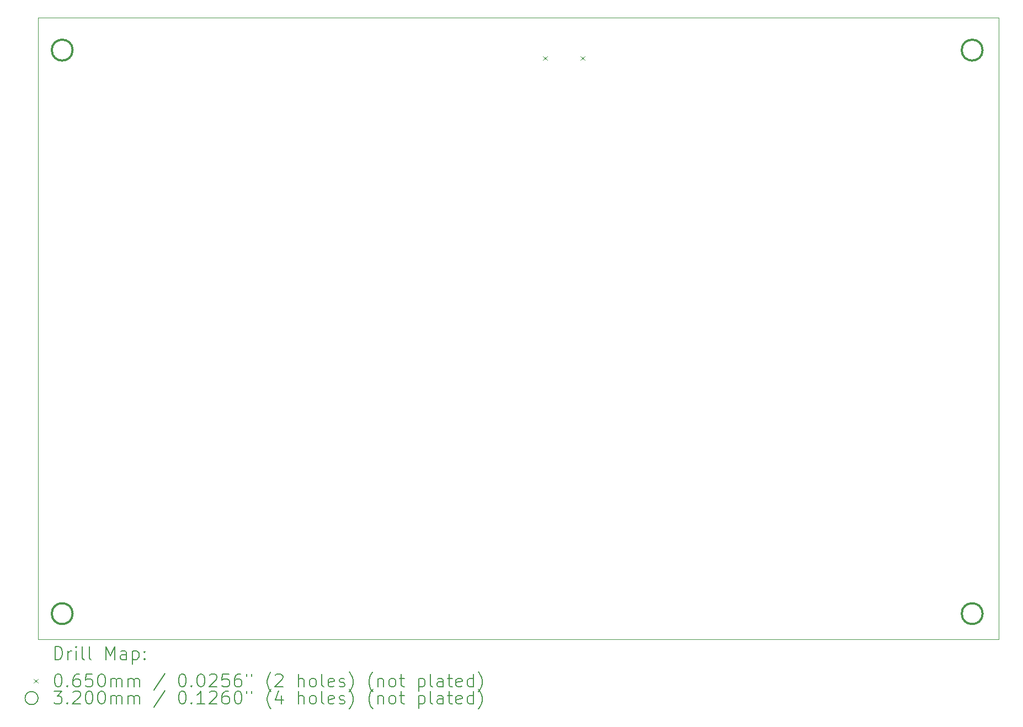
<source format=gbr>
%TF.GenerationSoftware,KiCad,Pcbnew,8.0.5*%
%TF.CreationDate,2024-11-20T12:07:25-07:00*%
%TF.ProjectId,CMPE2750,434d5045-3237-4353-902e-6b696361645f,rev?*%
%TF.SameCoordinates,Original*%
%TF.FileFunction,Drillmap*%
%TF.FilePolarity,Positive*%
%FSLAX45Y45*%
G04 Gerber Fmt 4.5, Leading zero omitted, Abs format (unit mm)*
G04 Created by KiCad (PCBNEW 8.0.5) date 2024-11-20 12:07:25*
%MOMM*%
%LPD*%
G01*
G04 APERTURE LIST*
%ADD10C,0.050000*%
%ADD11C,0.200000*%
%ADD12C,0.100000*%
%ADD13C,0.320000*%
G04 APERTURE END LIST*
D10*
X5382000Y-4600000D02*
X20118000Y-4600000D01*
X20118000Y-14140000D01*
X5382000Y-14140000D01*
X5382000Y-4600000D01*
D11*
D12*
X13128500Y-5192500D02*
X13193500Y-5257500D01*
X13193500Y-5192500D02*
X13128500Y-5257500D01*
X13706500Y-5192500D02*
X13771500Y-5257500D01*
X13771500Y-5192500D02*
X13706500Y-5257500D01*
D13*
X5910000Y-5100000D02*
G75*
G02*
X5590000Y-5100000I-160000J0D01*
G01*
X5590000Y-5100000D02*
G75*
G02*
X5910000Y-5100000I160000J0D01*
G01*
X5910000Y-13750000D02*
G75*
G02*
X5590000Y-13750000I-160000J0D01*
G01*
X5590000Y-13750000D02*
G75*
G02*
X5910000Y-13750000I160000J0D01*
G01*
X19872500Y-5100000D02*
G75*
G02*
X19552500Y-5100000I-160000J0D01*
G01*
X19552500Y-5100000D02*
G75*
G02*
X19872500Y-5100000I160000J0D01*
G01*
X19872500Y-13750000D02*
G75*
G02*
X19552500Y-13750000I-160000J0D01*
G01*
X19552500Y-13750000D02*
G75*
G02*
X19872500Y-13750000I160000J0D01*
G01*
D11*
X5640277Y-14453984D02*
X5640277Y-14253984D01*
X5640277Y-14253984D02*
X5687896Y-14253984D01*
X5687896Y-14253984D02*
X5716467Y-14263508D01*
X5716467Y-14263508D02*
X5735515Y-14282555D01*
X5735515Y-14282555D02*
X5745039Y-14301603D01*
X5745039Y-14301603D02*
X5754562Y-14339698D01*
X5754562Y-14339698D02*
X5754562Y-14368269D01*
X5754562Y-14368269D02*
X5745039Y-14406365D01*
X5745039Y-14406365D02*
X5735515Y-14425412D01*
X5735515Y-14425412D02*
X5716467Y-14444460D01*
X5716467Y-14444460D02*
X5687896Y-14453984D01*
X5687896Y-14453984D02*
X5640277Y-14453984D01*
X5840277Y-14453984D02*
X5840277Y-14320650D01*
X5840277Y-14358746D02*
X5849801Y-14339698D01*
X5849801Y-14339698D02*
X5859324Y-14330174D01*
X5859324Y-14330174D02*
X5878372Y-14320650D01*
X5878372Y-14320650D02*
X5897420Y-14320650D01*
X5964086Y-14453984D02*
X5964086Y-14320650D01*
X5964086Y-14253984D02*
X5954562Y-14263508D01*
X5954562Y-14263508D02*
X5964086Y-14273031D01*
X5964086Y-14273031D02*
X5973610Y-14263508D01*
X5973610Y-14263508D02*
X5964086Y-14253984D01*
X5964086Y-14253984D02*
X5964086Y-14273031D01*
X6087896Y-14453984D02*
X6068848Y-14444460D01*
X6068848Y-14444460D02*
X6059324Y-14425412D01*
X6059324Y-14425412D02*
X6059324Y-14253984D01*
X6192658Y-14453984D02*
X6173610Y-14444460D01*
X6173610Y-14444460D02*
X6164086Y-14425412D01*
X6164086Y-14425412D02*
X6164086Y-14253984D01*
X6421229Y-14453984D02*
X6421229Y-14253984D01*
X6421229Y-14253984D02*
X6487896Y-14396841D01*
X6487896Y-14396841D02*
X6554562Y-14253984D01*
X6554562Y-14253984D02*
X6554562Y-14453984D01*
X6735515Y-14453984D02*
X6735515Y-14349222D01*
X6735515Y-14349222D02*
X6725991Y-14330174D01*
X6725991Y-14330174D02*
X6706943Y-14320650D01*
X6706943Y-14320650D02*
X6668848Y-14320650D01*
X6668848Y-14320650D02*
X6649801Y-14330174D01*
X6735515Y-14444460D02*
X6716467Y-14453984D01*
X6716467Y-14453984D02*
X6668848Y-14453984D01*
X6668848Y-14453984D02*
X6649801Y-14444460D01*
X6649801Y-14444460D02*
X6640277Y-14425412D01*
X6640277Y-14425412D02*
X6640277Y-14406365D01*
X6640277Y-14406365D02*
X6649801Y-14387317D01*
X6649801Y-14387317D02*
X6668848Y-14377793D01*
X6668848Y-14377793D02*
X6716467Y-14377793D01*
X6716467Y-14377793D02*
X6735515Y-14368269D01*
X6830753Y-14320650D02*
X6830753Y-14520650D01*
X6830753Y-14330174D02*
X6849801Y-14320650D01*
X6849801Y-14320650D02*
X6887896Y-14320650D01*
X6887896Y-14320650D02*
X6906943Y-14330174D01*
X6906943Y-14330174D02*
X6916467Y-14339698D01*
X6916467Y-14339698D02*
X6925991Y-14358746D01*
X6925991Y-14358746D02*
X6925991Y-14415888D01*
X6925991Y-14415888D02*
X6916467Y-14434936D01*
X6916467Y-14434936D02*
X6906943Y-14444460D01*
X6906943Y-14444460D02*
X6887896Y-14453984D01*
X6887896Y-14453984D02*
X6849801Y-14453984D01*
X6849801Y-14453984D02*
X6830753Y-14444460D01*
X7011705Y-14434936D02*
X7021229Y-14444460D01*
X7021229Y-14444460D02*
X7011705Y-14453984D01*
X7011705Y-14453984D02*
X7002182Y-14444460D01*
X7002182Y-14444460D02*
X7011705Y-14434936D01*
X7011705Y-14434936D02*
X7011705Y-14453984D01*
X7011705Y-14330174D02*
X7021229Y-14339698D01*
X7021229Y-14339698D02*
X7011705Y-14349222D01*
X7011705Y-14349222D02*
X7002182Y-14339698D01*
X7002182Y-14339698D02*
X7011705Y-14330174D01*
X7011705Y-14330174D02*
X7011705Y-14349222D01*
D12*
X5314500Y-14750000D02*
X5379500Y-14815000D01*
X5379500Y-14750000D02*
X5314500Y-14815000D01*
D11*
X5678372Y-14673984D02*
X5697420Y-14673984D01*
X5697420Y-14673984D02*
X5716467Y-14683508D01*
X5716467Y-14683508D02*
X5725991Y-14693031D01*
X5725991Y-14693031D02*
X5735515Y-14712079D01*
X5735515Y-14712079D02*
X5745039Y-14750174D01*
X5745039Y-14750174D02*
X5745039Y-14797793D01*
X5745039Y-14797793D02*
X5735515Y-14835888D01*
X5735515Y-14835888D02*
X5725991Y-14854936D01*
X5725991Y-14854936D02*
X5716467Y-14864460D01*
X5716467Y-14864460D02*
X5697420Y-14873984D01*
X5697420Y-14873984D02*
X5678372Y-14873984D01*
X5678372Y-14873984D02*
X5659324Y-14864460D01*
X5659324Y-14864460D02*
X5649801Y-14854936D01*
X5649801Y-14854936D02*
X5640277Y-14835888D01*
X5640277Y-14835888D02*
X5630753Y-14797793D01*
X5630753Y-14797793D02*
X5630753Y-14750174D01*
X5630753Y-14750174D02*
X5640277Y-14712079D01*
X5640277Y-14712079D02*
X5649801Y-14693031D01*
X5649801Y-14693031D02*
X5659324Y-14683508D01*
X5659324Y-14683508D02*
X5678372Y-14673984D01*
X5830753Y-14854936D02*
X5840277Y-14864460D01*
X5840277Y-14864460D02*
X5830753Y-14873984D01*
X5830753Y-14873984D02*
X5821229Y-14864460D01*
X5821229Y-14864460D02*
X5830753Y-14854936D01*
X5830753Y-14854936D02*
X5830753Y-14873984D01*
X6011705Y-14673984D02*
X5973610Y-14673984D01*
X5973610Y-14673984D02*
X5954562Y-14683508D01*
X5954562Y-14683508D02*
X5945039Y-14693031D01*
X5945039Y-14693031D02*
X5925991Y-14721603D01*
X5925991Y-14721603D02*
X5916467Y-14759698D01*
X5916467Y-14759698D02*
X5916467Y-14835888D01*
X5916467Y-14835888D02*
X5925991Y-14854936D01*
X5925991Y-14854936D02*
X5935515Y-14864460D01*
X5935515Y-14864460D02*
X5954562Y-14873984D01*
X5954562Y-14873984D02*
X5992658Y-14873984D01*
X5992658Y-14873984D02*
X6011705Y-14864460D01*
X6011705Y-14864460D02*
X6021229Y-14854936D01*
X6021229Y-14854936D02*
X6030753Y-14835888D01*
X6030753Y-14835888D02*
X6030753Y-14788269D01*
X6030753Y-14788269D02*
X6021229Y-14769222D01*
X6021229Y-14769222D02*
X6011705Y-14759698D01*
X6011705Y-14759698D02*
X5992658Y-14750174D01*
X5992658Y-14750174D02*
X5954562Y-14750174D01*
X5954562Y-14750174D02*
X5935515Y-14759698D01*
X5935515Y-14759698D02*
X5925991Y-14769222D01*
X5925991Y-14769222D02*
X5916467Y-14788269D01*
X6211705Y-14673984D02*
X6116467Y-14673984D01*
X6116467Y-14673984D02*
X6106943Y-14769222D01*
X6106943Y-14769222D02*
X6116467Y-14759698D01*
X6116467Y-14759698D02*
X6135515Y-14750174D01*
X6135515Y-14750174D02*
X6183134Y-14750174D01*
X6183134Y-14750174D02*
X6202182Y-14759698D01*
X6202182Y-14759698D02*
X6211705Y-14769222D01*
X6211705Y-14769222D02*
X6221229Y-14788269D01*
X6221229Y-14788269D02*
X6221229Y-14835888D01*
X6221229Y-14835888D02*
X6211705Y-14854936D01*
X6211705Y-14854936D02*
X6202182Y-14864460D01*
X6202182Y-14864460D02*
X6183134Y-14873984D01*
X6183134Y-14873984D02*
X6135515Y-14873984D01*
X6135515Y-14873984D02*
X6116467Y-14864460D01*
X6116467Y-14864460D02*
X6106943Y-14854936D01*
X6345039Y-14673984D02*
X6364086Y-14673984D01*
X6364086Y-14673984D02*
X6383134Y-14683508D01*
X6383134Y-14683508D02*
X6392658Y-14693031D01*
X6392658Y-14693031D02*
X6402182Y-14712079D01*
X6402182Y-14712079D02*
X6411705Y-14750174D01*
X6411705Y-14750174D02*
X6411705Y-14797793D01*
X6411705Y-14797793D02*
X6402182Y-14835888D01*
X6402182Y-14835888D02*
X6392658Y-14854936D01*
X6392658Y-14854936D02*
X6383134Y-14864460D01*
X6383134Y-14864460D02*
X6364086Y-14873984D01*
X6364086Y-14873984D02*
X6345039Y-14873984D01*
X6345039Y-14873984D02*
X6325991Y-14864460D01*
X6325991Y-14864460D02*
X6316467Y-14854936D01*
X6316467Y-14854936D02*
X6306943Y-14835888D01*
X6306943Y-14835888D02*
X6297420Y-14797793D01*
X6297420Y-14797793D02*
X6297420Y-14750174D01*
X6297420Y-14750174D02*
X6306943Y-14712079D01*
X6306943Y-14712079D02*
X6316467Y-14693031D01*
X6316467Y-14693031D02*
X6325991Y-14683508D01*
X6325991Y-14683508D02*
X6345039Y-14673984D01*
X6497420Y-14873984D02*
X6497420Y-14740650D01*
X6497420Y-14759698D02*
X6506943Y-14750174D01*
X6506943Y-14750174D02*
X6525991Y-14740650D01*
X6525991Y-14740650D02*
X6554563Y-14740650D01*
X6554563Y-14740650D02*
X6573610Y-14750174D01*
X6573610Y-14750174D02*
X6583134Y-14769222D01*
X6583134Y-14769222D02*
X6583134Y-14873984D01*
X6583134Y-14769222D02*
X6592658Y-14750174D01*
X6592658Y-14750174D02*
X6611705Y-14740650D01*
X6611705Y-14740650D02*
X6640277Y-14740650D01*
X6640277Y-14740650D02*
X6659324Y-14750174D01*
X6659324Y-14750174D02*
X6668848Y-14769222D01*
X6668848Y-14769222D02*
X6668848Y-14873984D01*
X6764086Y-14873984D02*
X6764086Y-14740650D01*
X6764086Y-14759698D02*
X6773610Y-14750174D01*
X6773610Y-14750174D02*
X6792658Y-14740650D01*
X6792658Y-14740650D02*
X6821229Y-14740650D01*
X6821229Y-14740650D02*
X6840277Y-14750174D01*
X6840277Y-14750174D02*
X6849801Y-14769222D01*
X6849801Y-14769222D02*
X6849801Y-14873984D01*
X6849801Y-14769222D02*
X6859324Y-14750174D01*
X6859324Y-14750174D02*
X6878372Y-14740650D01*
X6878372Y-14740650D02*
X6906943Y-14740650D01*
X6906943Y-14740650D02*
X6925991Y-14750174D01*
X6925991Y-14750174D02*
X6935515Y-14769222D01*
X6935515Y-14769222D02*
X6935515Y-14873984D01*
X7325991Y-14664460D02*
X7154563Y-14921603D01*
X7583134Y-14673984D02*
X7602182Y-14673984D01*
X7602182Y-14673984D02*
X7621229Y-14683508D01*
X7621229Y-14683508D02*
X7630753Y-14693031D01*
X7630753Y-14693031D02*
X7640277Y-14712079D01*
X7640277Y-14712079D02*
X7649801Y-14750174D01*
X7649801Y-14750174D02*
X7649801Y-14797793D01*
X7649801Y-14797793D02*
X7640277Y-14835888D01*
X7640277Y-14835888D02*
X7630753Y-14854936D01*
X7630753Y-14854936D02*
X7621229Y-14864460D01*
X7621229Y-14864460D02*
X7602182Y-14873984D01*
X7602182Y-14873984D02*
X7583134Y-14873984D01*
X7583134Y-14873984D02*
X7564086Y-14864460D01*
X7564086Y-14864460D02*
X7554563Y-14854936D01*
X7554563Y-14854936D02*
X7545039Y-14835888D01*
X7545039Y-14835888D02*
X7535515Y-14797793D01*
X7535515Y-14797793D02*
X7535515Y-14750174D01*
X7535515Y-14750174D02*
X7545039Y-14712079D01*
X7545039Y-14712079D02*
X7554563Y-14693031D01*
X7554563Y-14693031D02*
X7564086Y-14683508D01*
X7564086Y-14683508D02*
X7583134Y-14673984D01*
X7735515Y-14854936D02*
X7745039Y-14864460D01*
X7745039Y-14864460D02*
X7735515Y-14873984D01*
X7735515Y-14873984D02*
X7725991Y-14864460D01*
X7725991Y-14864460D02*
X7735515Y-14854936D01*
X7735515Y-14854936D02*
X7735515Y-14873984D01*
X7868848Y-14673984D02*
X7887896Y-14673984D01*
X7887896Y-14673984D02*
X7906944Y-14683508D01*
X7906944Y-14683508D02*
X7916467Y-14693031D01*
X7916467Y-14693031D02*
X7925991Y-14712079D01*
X7925991Y-14712079D02*
X7935515Y-14750174D01*
X7935515Y-14750174D02*
X7935515Y-14797793D01*
X7935515Y-14797793D02*
X7925991Y-14835888D01*
X7925991Y-14835888D02*
X7916467Y-14854936D01*
X7916467Y-14854936D02*
X7906944Y-14864460D01*
X7906944Y-14864460D02*
X7887896Y-14873984D01*
X7887896Y-14873984D02*
X7868848Y-14873984D01*
X7868848Y-14873984D02*
X7849801Y-14864460D01*
X7849801Y-14864460D02*
X7840277Y-14854936D01*
X7840277Y-14854936D02*
X7830753Y-14835888D01*
X7830753Y-14835888D02*
X7821229Y-14797793D01*
X7821229Y-14797793D02*
X7821229Y-14750174D01*
X7821229Y-14750174D02*
X7830753Y-14712079D01*
X7830753Y-14712079D02*
X7840277Y-14693031D01*
X7840277Y-14693031D02*
X7849801Y-14683508D01*
X7849801Y-14683508D02*
X7868848Y-14673984D01*
X8011706Y-14693031D02*
X8021229Y-14683508D01*
X8021229Y-14683508D02*
X8040277Y-14673984D01*
X8040277Y-14673984D02*
X8087896Y-14673984D01*
X8087896Y-14673984D02*
X8106944Y-14683508D01*
X8106944Y-14683508D02*
X8116467Y-14693031D01*
X8116467Y-14693031D02*
X8125991Y-14712079D01*
X8125991Y-14712079D02*
X8125991Y-14731127D01*
X8125991Y-14731127D02*
X8116467Y-14759698D01*
X8116467Y-14759698D02*
X8002182Y-14873984D01*
X8002182Y-14873984D02*
X8125991Y-14873984D01*
X8306944Y-14673984D02*
X8211706Y-14673984D01*
X8211706Y-14673984D02*
X8202182Y-14769222D01*
X8202182Y-14769222D02*
X8211706Y-14759698D01*
X8211706Y-14759698D02*
X8230753Y-14750174D01*
X8230753Y-14750174D02*
X8278372Y-14750174D01*
X8278372Y-14750174D02*
X8297420Y-14759698D01*
X8297420Y-14759698D02*
X8306944Y-14769222D01*
X8306944Y-14769222D02*
X8316467Y-14788269D01*
X8316467Y-14788269D02*
X8316467Y-14835888D01*
X8316467Y-14835888D02*
X8306944Y-14854936D01*
X8306944Y-14854936D02*
X8297420Y-14864460D01*
X8297420Y-14864460D02*
X8278372Y-14873984D01*
X8278372Y-14873984D02*
X8230753Y-14873984D01*
X8230753Y-14873984D02*
X8211706Y-14864460D01*
X8211706Y-14864460D02*
X8202182Y-14854936D01*
X8487896Y-14673984D02*
X8449801Y-14673984D01*
X8449801Y-14673984D02*
X8430753Y-14683508D01*
X8430753Y-14683508D02*
X8421229Y-14693031D01*
X8421229Y-14693031D02*
X8402182Y-14721603D01*
X8402182Y-14721603D02*
X8392658Y-14759698D01*
X8392658Y-14759698D02*
X8392658Y-14835888D01*
X8392658Y-14835888D02*
X8402182Y-14854936D01*
X8402182Y-14854936D02*
X8411706Y-14864460D01*
X8411706Y-14864460D02*
X8430753Y-14873984D01*
X8430753Y-14873984D02*
X8468849Y-14873984D01*
X8468849Y-14873984D02*
X8487896Y-14864460D01*
X8487896Y-14864460D02*
X8497420Y-14854936D01*
X8497420Y-14854936D02*
X8506944Y-14835888D01*
X8506944Y-14835888D02*
X8506944Y-14788269D01*
X8506944Y-14788269D02*
X8497420Y-14769222D01*
X8497420Y-14769222D02*
X8487896Y-14759698D01*
X8487896Y-14759698D02*
X8468849Y-14750174D01*
X8468849Y-14750174D02*
X8430753Y-14750174D01*
X8430753Y-14750174D02*
X8411706Y-14759698D01*
X8411706Y-14759698D02*
X8402182Y-14769222D01*
X8402182Y-14769222D02*
X8392658Y-14788269D01*
X8583134Y-14673984D02*
X8583134Y-14712079D01*
X8659325Y-14673984D02*
X8659325Y-14712079D01*
X8954563Y-14950174D02*
X8945039Y-14940650D01*
X8945039Y-14940650D02*
X8925991Y-14912079D01*
X8925991Y-14912079D02*
X8916468Y-14893031D01*
X8916468Y-14893031D02*
X8906944Y-14864460D01*
X8906944Y-14864460D02*
X8897420Y-14816841D01*
X8897420Y-14816841D02*
X8897420Y-14778746D01*
X8897420Y-14778746D02*
X8906944Y-14731127D01*
X8906944Y-14731127D02*
X8916468Y-14702555D01*
X8916468Y-14702555D02*
X8925991Y-14683508D01*
X8925991Y-14683508D02*
X8945039Y-14654936D01*
X8945039Y-14654936D02*
X8954563Y-14645412D01*
X9021230Y-14693031D02*
X9030753Y-14683508D01*
X9030753Y-14683508D02*
X9049801Y-14673984D01*
X9049801Y-14673984D02*
X9097420Y-14673984D01*
X9097420Y-14673984D02*
X9116468Y-14683508D01*
X9116468Y-14683508D02*
X9125991Y-14693031D01*
X9125991Y-14693031D02*
X9135515Y-14712079D01*
X9135515Y-14712079D02*
X9135515Y-14731127D01*
X9135515Y-14731127D02*
X9125991Y-14759698D01*
X9125991Y-14759698D02*
X9011706Y-14873984D01*
X9011706Y-14873984D02*
X9135515Y-14873984D01*
X9373611Y-14873984D02*
X9373611Y-14673984D01*
X9459325Y-14873984D02*
X9459325Y-14769222D01*
X9459325Y-14769222D02*
X9449801Y-14750174D01*
X9449801Y-14750174D02*
X9430753Y-14740650D01*
X9430753Y-14740650D02*
X9402182Y-14740650D01*
X9402182Y-14740650D02*
X9383134Y-14750174D01*
X9383134Y-14750174D02*
X9373611Y-14759698D01*
X9583134Y-14873984D02*
X9564087Y-14864460D01*
X9564087Y-14864460D02*
X9554563Y-14854936D01*
X9554563Y-14854936D02*
X9545039Y-14835888D01*
X9545039Y-14835888D02*
X9545039Y-14778746D01*
X9545039Y-14778746D02*
X9554563Y-14759698D01*
X9554563Y-14759698D02*
X9564087Y-14750174D01*
X9564087Y-14750174D02*
X9583134Y-14740650D01*
X9583134Y-14740650D02*
X9611706Y-14740650D01*
X9611706Y-14740650D02*
X9630753Y-14750174D01*
X9630753Y-14750174D02*
X9640277Y-14759698D01*
X9640277Y-14759698D02*
X9649801Y-14778746D01*
X9649801Y-14778746D02*
X9649801Y-14835888D01*
X9649801Y-14835888D02*
X9640277Y-14854936D01*
X9640277Y-14854936D02*
X9630753Y-14864460D01*
X9630753Y-14864460D02*
X9611706Y-14873984D01*
X9611706Y-14873984D02*
X9583134Y-14873984D01*
X9764087Y-14873984D02*
X9745039Y-14864460D01*
X9745039Y-14864460D02*
X9735515Y-14845412D01*
X9735515Y-14845412D02*
X9735515Y-14673984D01*
X9916468Y-14864460D02*
X9897420Y-14873984D01*
X9897420Y-14873984D02*
X9859325Y-14873984D01*
X9859325Y-14873984D02*
X9840277Y-14864460D01*
X9840277Y-14864460D02*
X9830753Y-14845412D01*
X9830753Y-14845412D02*
X9830753Y-14769222D01*
X9830753Y-14769222D02*
X9840277Y-14750174D01*
X9840277Y-14750174D02*
X9859325Y-14740650D01*
X9859325Y-14740650D02*
X9897420Y-14740650D01*
X9897420Y-14740650D02*
X9916468Y-14750174D01*
X9916468Y-14750174D02*
X9925992Y-14769222D01*
X9925992Y-14769222D02*
X9925992Y-14788269D01*
X9925992Y-14788269D02*
X9830753Y-14807317D01*
X10002182Y-14864460D02*
X10021230Y-14873984D01*
X10021230Y-14873984D02*
X10059325Y-14873984D01*
X10059325Y-14873984D02*
X10078373Y-14864460D01*
X10078373Y-14864460D02*
X10087896Y-14845412D01*
X10087896Y-14845412D02*
X10087896Y-14835888D01*
X10087896Y-14835888D02*
X10078373Y-14816841D01*
X10078373Y-14816841D02*
X10059325Y-14807317D01*
X10059325Y-14807317D02*
X10030753Y-14807317D01*
X10030753Y-14807317D02*
X10011706Y-14797793D01*
X10011706Y-14797793D02*
X10002182Y-14778746D01*
X10002182Y-14778746D02*
X10002182Y-14769222D01*
X10002182Y-14769222D02*
X10011706Y-14750174D01*
X10011706Y-14750174D02*
X10030753Y-14740650D01*
X10030753Y-14740650D02*
X10059325Y-14740650D01*
X10059325Y-14740650D02*
X10078373Y-14750174D01*
X10154563Y-14950174D02*
X10164087Y-14940650D01*
X10164087Y-14940650D02*
X10183134Y-14912079D01*
X10183134Y-14912079D02*
X10192658Y-14893031D01*
X10192658Y-14893031D02*
X10202182Y-14864460D01*
X10202182Y-14864460D02*
X10211706Y-14816841D01*
X10211706Y-14816841D02*
X10211706Y-14778746D01*
X10211706Y-14778746D02*
X10202182Y-14731127D01*
X10202182Y-14731127D02*
X10192658Y-14702555D01*
X10192658Y-14702555D02*
X10183134Y-14683508D01*
X10183134Y-14683508D02*
X10164087Y-14654936D01*
X10164087Y-14654936D02*
X10154563Y-14645412D01*
X10516468Y-14950174D02*
X10506944Y-14940650D01*
X10506944Y-14940650D02*
X10487896Y-14912079D01*
X10487896Y-14912079D02*
X10478373Y-14893031D01*
X10478373Y-14893031D02*
X10468849Y-14864460D01*
X10468849Y-14864460D02*
X10459325Y-14816841D01*
X10459325Y-14816841D02*
X10459325Y-14778746D01*
X10459325Y-14778746D02*
X10468849Y-14731127D01*
X10468849Y-14731127D02*
X10478373Y-14702555D01*
X10478373Y-14702555D02*
X10487896Y-14683508D01*
X10487896Y-14683508D02*
X10506944Y-14654936D01*
X10506944Y-14654936D02*
X10516468Y-14645412D01*
X10592658Y-14740650D02*
X10592658Y-14873984D01*
X10592658Y-14759698D02*
X10602182Y-14750174D01*
X10602182Y-14750174D02*
X10621230Y-14740650D01*
X10621230Y-14740650D02*
X10649801Y-14740650D01*
X10649801Y-14740650D02*
X10668849Y-14750174D01*
X10668849Y-14750174D02*
X10678373Y-14769222D01*
X10678373Y-14769222D02*
X10678373Y-14873984D01*
X10802182Y-14873984D02*
X10783134Y-14864460D01*
X10783134Y-14864460D02*
X10773611Y-14854936D01*
X10773611Y-14854936D02*
X10764087Y-14835888D01*
X10764087Y-14835888D02*
X10764087Y-14778746D01*
X10764087Y-14778746D02*
X10773611Y-14759698D01*
X10773611Y-14759698D02*
X10783134Y-14750174D01*
X10783134Y-14750174D02*
X10802182Y-14740650D01*
X10802182Y-14740650D02*
X10830754Y-14740650D01*
X10830754Y-14740650D02*
X10849801Y-14750174D01*
X10849801Y-14750174D02*
X10859325Y-14759698D01*
X10859325Y-14759698D02*
X10868849Y-14778746D01*
X10868849Y-14778746D02*
X10868849Y-14835888D01*
X10868849Y-14835888D02*
X10859325Y-14854936D01*
X10859325Y-14854936D02*
X10849801Y-14864460D01*
X10849801Y-14864460D02*
X10830754Y-14873984D01*
X10830754Y-14873984D02*
X10802182Y-14873984D01*
X10925992Y-14740650D02*
X11002182Y-14740650D01*
X10954563Y-14673984D02*
X10954563Y-14845412D01*
X10954563Y-14845412D02*
X10964087Y-14864460D01*
X10964087Y-14864460D02*
X10983134Y-14873984D01*
X10983134Y-14873984D02*
X11002182Y-14873984D01*
X11221230Y-14740650D02*
X11221230Y-14940650D01*
X11221230Y-14750174D02*
X11240277Y-14740650D01*
X11240277Y-14740650D02*
X11278373Y-14740650D01*
X11278373Y-14740650D02*
X11297420Y-14750174D01*
X11297420Y-14750174D02*
X11306944Y-14759698D01*
X11306944Y-14759698D02*
X11316468Y-14778746D01*
X11316468Y-14778746D02*
X11316468Y-14835888D01*
X11316468Y-14835888D02*
X11306944Y-14854936D01*
X11306944Y-14854936D02*
X11297420Y-14864460D01*
X11297420Y-14864460D02*
X11278373Y-14873984D01*
X11278373Y-14873984D02*
X11240277Y-14873984D01*
X11240277Y-14873984D02*
X11221230Y-14864460D01*
X11430753Y-14873984D02*
X11411706Y-14864460D01*
X11411706Y-14864460D02*
X11402182Y-14845412D01*
X11402182Y-14845412D02*
X11402182Y-14673984D01*
X11592658Y-14873984D02*
X11592658Y-14769222D01*
X11592658Y-14769222D02*
X11583134Y-14750174D01*
X11583134Y-14750174D02*
X11564087Y-14740650D01*
X11564087Y-14740650D02*
X11525992Y-14740650D01*
X11525992Y-14740650D02*
X11506944Y-14750174D01*
X11592658Y-14864460D02*
X11573611Y-14873984D01*
X11573611Y-14873984D02*
X11525992Y-14873984D01*
X11525992Y-14873984D02*
X11506944Y-14864460D01*
X11506944Y-14864460D02*
X11497420Y-14845412D01*
X11497420Y-14845412D02*
X11497420Y-14826365D01*
X11497420Y-14826365D02*
X11506944Y-14807317D01*
X11506944Y-14807317D02*
X11525992Y-14797793D01*
X11525992Y-14797793D02*
X11573611Y-14797793D01*
X11573611Y-14797793D02*
X11592658Y-14788269D01*
X11659325Y-14740650D02*
X11735515Y-14740650D01*
X11687896Y-14673984D02*
X11687896Y-14845412D01*
X11687896Y-14845412D02*
X11697420Y-14864460D01*
X11697420Y-14864460D02*
X11716468Y-14873984D01*
X11716468Y-14873984D02*
X11735515Y-14873984D01*
X11878373Y-14864460D02*
X11859325Y-14873984D01*
X11859325Y-14873984D02*
X11821230Y-14873984D01*
X11821230Y-14873984D02*
X11802182Y-14864460D01*
X11802182Y-14864460D02*
X11792658Y-14845412D01*
X11792658Y-14845412D02*
X11792658Y-14769222D01*
X11792658Y-14769222D02*
X11802182Y-14750174D01*
X11802182Y-14750174D02*
X11821230Y-14740650D01*
X11821230Y-14740650D02*
X11859325Y-14740650D01*
X11859325Y-14740650D02*
X11878373Y-14750174D01*
X11878373Y-14750174D02*
X11887896Y-14769222D01*
X11887896Y-14769222D02*
X11887896Y-14788269D01*
X11887896Y-14788269D02*
X11792658Y-14807317D01*
X12059325Y-14873984D02*
X12059325Y-14673984D01*
X12059325Y-14864460D02*
X12040277Y-14873984D01*
X12040277Y-14873984D02*
X12002182Y-14873984D01*
X12002182Y-14873984D02*
X11983134Y-14864460D01*
X11983134Y-14864460D02*
X11973611Y-14854936D01*
X11973611Y-14854936D02*
X11964087Y-14835888D01*
X11964087Y-14835888D02*
X11964087Y-14778746D01*
X11964087Y-14778746D02*
X11973611Y-14759698D01*
X11973611Y-14759698D02*
X11983134Y-14750174D01*
X11983134Y-14750174D02*
X12002182Y-14740650D01*
X12002182Y-14740650D02*
X12040277Y-14740650D01*
X12040277Y-14740650D02*
X12059325Y-14750174D01*
X12135515Y-14950174D02*
X12145039Y-14940650D01*
X12145039Y-14940650D02*
X12164087Y-14912079D01*
X12164087Y-14912079D02*
X12173611Y-14893031D01*
X12173611Y-14893031D02*
X12183134Y-14864460D01*
X12183134Y-14864460D02*
X12192658Y-14816841D01*
X12192658Y-14816841D02*
X12192658Y-14778746D01*
X12192658Y-14778746D02*
X12183134Y-14731127D01*
X12183134Y-14731127D02*
X12173611Y-14702555D01*
X12173611Y-14702555D02*
X12164087Y-14683508D01*
X12164087Y-14683508D02*
X12145039Y-14654936D01*
X12145039Y-14654936D02*
X12135515Y-14645412D01*
X5379500Y-15046500D02*
G75*
G02*
X5179500Y-15046500I-100000J0D01*
G01*
X5179500Y-15046500D02*
G75*
G02*
X5379500Y-15046500I100000J0D01*
G01*
X5621229Y-14937984D02*
X5745039Y-14937984D01*
X5745039Y-14937984D02*
X5678372Y-15014174D01*
X5678372Y-15014174D02*
X5706943Y-15014174D01*
X5706943Y-15014174D02*
X5725991Y-15023698D01*
X5725991Y-15023698D02*
X5735515Y-15033222D01*
X5735515Y-15033222D02*
X5745039Y-15052269D01*
X5745039Y-15052269D02*
X5745039Y-15099888D01*
X5745039Y-15099888D02*
X5735515Y-15118936D01*
X5735515Y-15118936D02*
X5725991Y-15128460D01*
X5725991Y-15128460D02*
X5706943Y-15137984D01*
X5706943Y-15137984D02*
X5649801Y-15137984D01*
X5649801Y-15137984D02*
X5630753Y-15128460D01*
X5630753Y-15128460D02*
X5621229Y-15118936D01*
X5830753Y-15118936D02*
X5840277Y-15128460D01*
X5840277Y-15128460D02*
X5830753Y-15137984D01*
X5830753Y-15137984D02*
X5821229Y-15128460D01*
X5821229Y-15128460D02*
X5830753Y-15118936D01*
X5830753Y-15118936D02*
X5830753Y-15137984D01*
X5916467Y-14957031D02*
X5925991Y-14947508D01*
X5925991Y-14947508D02*
X5945039Y-14937984D01*
X5945039Y-14937984D02*
X5992658Y-14937984D01*
X5992658Y-14937984D02*
X6011705Y-14947508D01*
X6011705Y-14947508D02*
X6021229Y-14957031D01*
X6021229Y-14957031D02*
X6030753Y-14976079D01*
X6030753Y-14976079D02*
X6030753Y-14995127D01*
X6030753Y-14995127D02*
X6021229Y-15023698D01*
X6021229Y-15023698D02*
X5906943Y-15137984D01*
X5906943Y-15137984D02*
X6030753Y-15137984D01*
X6154562Y-14937984D02*
X6173610Y-14937984D01*
X6173610Y-14937984D02*
X6192658Y-14947508D01*
X6192658Y-14947508D02*
X6202182Y-14957031D01*
X6202182Y-14957031D02*
X6211705Y-14976079D01*
X6211705Y-14976079D02*
X6221229Y-15014174D01*
X6221229Y-15014174D02*
X6221229Y-15061793D01*
X6221229Y-15061793D02*
X6211705Y-15099888D01*
X6211705Y-15099888D02*
X6202182Y-15118936D01*
X6202182Y-15118936D02*
X6192658Y-15128460D01*
X6192658Y-15128460D02*
X6173610Y-15137984D01*
X6173610Y-15137984D02*
X6154562Y-15137984D01*
X6154562Y-15137984D02*
X6135515Y-15128460D01*
X6135515Y-15128460D02*
X6125991Y-15118936D01*
X6125991Y-15118936D02*
X6116467Y-15099888D01*
X6116467Y-15099888D02*
X6106943Y-15061793D01*
X6106943Y-15061793D02*
X6106943Y-15014174D01*
X6106943Y-15014174D02*
X6116467Y-14976079D01*
X6116467Y-14976079D02*
X6125991Y-14957031D01*
X6125991Y-14957031D02*
X6135515Y-14947508D01*
X6135515Y-14947508D02*
X6154562Y-14937984D01*
X6345039Y-14937984D02*
X6364086Y-14937984D01*
X6364086Y-14937984D02*
X6383134Y-14947508D01*
X6383134Y-14947508D02*
X6392658Y-14957031D01*
X6392658Y-14957031D02*
X6402182Y-14976079D01*
X6402182Y-14976079D02*
X6411705Y-15014174D01*
X6411705Y-15014174D02*
X6411705Y-15061793D01*
X6411705Y-15061793D02*
X6402182Y-15099888D01*
X6402182Y-15099888D02*
X6392658Y-15118936D01*
X6392658Y-15118936D02*
X6383134Y-15128460D01*
X6383134Y-15128460D02*
X6364086Y-15137984D01*
X6364086Y-15137984D02*
X6345039Y-15137984D01*
X6345039Y-15137984D02*
X6325991Y-15128460D01*
X6325991Y-15128460D02*
X6316467Y-15118936D01*
X6316467Y-15118936D02*
X6306943Y-15099888D01*
X6306943Y-15099888D02*
X6297420Y-15061793D01*
X6297420Y-15061793D02*
X6297420Y-15014174D01*
X6297420Y-15014174D02*
X6306943Y-14976079D01*
X6306943Y-14976079D02*
X6316467Y-14957031D01*
X6316467Y-14957031D02*
X6325991Y-14947508D01*
X6325991Y-14947508D02*
X6345039Y-14937984D01*
X6497420Y-15137984D02*
X6497420Y-15004650D01*
X6497420Y-15023698D02*
X6506943Y-15014174D01*
X6506943Y-15014174D02*
X6525991Y-15004650D01*
X6525991Y-15004650D02*
X6554563Y-15004650D01*
X6554563Y-15004650D02*
X6573610Y-15014174D01*
X6573610Y-15014174D02*
X6583134Y-15033222D01*
X6583134Y-15033222D02*
X6583134Y-15137984D01*
X6583134Y-15033222D02*
X6592658Y-15014174D01*
X6592658Y-15014174D02*
X6611705Y-15004650D01*
X6611705Y-15004650D02*
X6640277Y-15004650D01*
X6640277Y-15004650D02*
X6659324Y-15014174D01*
X6659324Y-15014174D02*
X6668848Y-15033222D01*
X6668848Y-15033222D02*
X6668848Y-15137984D01*
X6764086Y-15137984D02*
X6764086Y-15004650D01*
X6764086Y-15023698D02*
X6773610Y-15014174D01*
X6773610Y-15014174D02*
X6792658Y-15004650D01*
X6792658Y-15004650D02*
X6821229Y-15004650D01*
X6821229Y-15004650D02*
X6840277Y-15014174D01*
X6840277Y-15014174D02*
X6849801Y-15033222D01*
X6849801Y-15033222D02*
X6849801Y-15137984D01*
X6849801Y-15033222D02*
X6859324Y-15014174D01*
X6859324Y-15014174D02*
X6878372Y-15004650D01*
X6878372Y-15004650D02*
X6906943Y-15004650D01*
X6906943Y-15004650D02*
X6925991Y-15014174D01*
X6925991Y-15014174D02*
X6935515Y-15033222D01*
X6935515Y-15033222D02*
X6935515Y-15137984D01*
X7325991Y-14928460D02*
X7154563Y-15185603D01*
X7583134Y-14937984D02*
X7602182Y-14937984D01*
X7602182Y-14937984D02*
X7621229Y-14947508D01*
X7621229Y-14947508D02*
X7630753Y-14957031D01*
X7630753Y-14957031D02*
X7640277Y-14976079D01*
X7640277Y-14976079D02*
X7649801Y-15014174D01*
X7649801Y-15014174D02*
X7649801Y-15061793D01*
X7649801Y-15061793D02*
X7640277Y-15099888D01*
X7640277Y-15099888D02*
X7630753Y-15118936D01*
X7630753Y-15118936D02*
X7621229Y-15128460D01*
X7621229Y-15128460D02*
X7602182Y-15137984D01*
X7602182Y-15137984D02*
X7583134Y-15137984D01*
X7583134Y-15137984D02*
X7564086Y-15128460D01*
X7564086Y-15128460D02*
X7554563Y-15118936D01*
X7554563Y-15118936D02*
X7545039Y-15099888D01*
X7545039Y-15099888D02*
X7535515Y-15061793D01*
X7535515Y-15061793D02*
X7535515Y-15014174D01*
X7535515Y-15014174D02*
X7545039Y-14976079D01*
X7545039Y-14976079D02*
X7554563Y-14957031D01*
X7554563Y-14957031D02*
X7564086Y-14947508D01*
X7564086Y-14947508D02*
X7583134Y-14937984D01*
X7735515Y-15118936D02*
X7745039Y-15128460D01*
X7745039Y-15128460D02*
X7735515Y-15137984D01*
X7735515Y-15137984D02*
X7725991Y-15128460D01*
X7725991Y-15128460D02*
X7735515Y-15118936D01*
X7735515Y-15118936D02*
X7735515Y-15137984D01*
X7935515Y-15137984D02*
X7821229Y-15137984D01*
X7878372Y-15137984D02*
X7878372Y-14937984D01*
X7878372Y-14937984D02*
X7859325Y-14966555D01*
X7859325Y-14966555D02*
X7840277Y-14985603D01*
X7840277Y-14985603D02*
X7821229Y-14995127D01*
X8011706Y-14957031D02*
X8021229Y-14947508D01*
X8021229Y-14947508D02*
X8040277Y-14937984D01*
X8040277Y-14937984D02*
X8087896Y-14937984D01*
X8087896Y-14937984D02*
X8106944Y-14947508D01*
X8106944Y-14947508D02*
X8116467Y-14957031D01*
X8116467Y-14957031D02*
X8125991Y-14976079D01*
X8125991Y-14976079D02*
X8125991Y-14995127D01*
X8125991Y-14995127D02*
X8116467Y-15023698D01*
X8116467Y-15023698D02*
X8002182Y-15137984D01*
X8002182Y-15137984D02*
X8125991Y-15137984D01*
X8297420Y-14937984D02*
X8259325Y-14937984D01*
X8259325Y-14937984D02*
X8240277Y-14947508D01*
X8240277Y-14947508D02*
X8230753Y-14957031D01*
X8230753Y-14957031D02*
X8211706Y-14985603D01*
X8211706Y-14985603D02*
X8202182Y-15023698D01*
X8202182Y-15023698D02*
X8202182Y-15099888D01*
X8202182Y-15099888D02*
X8211706Y-15118936D01*
X8211706Y-15118936D02*
X8221229Y-15128460D01*
X8221229Y-15128460D02*
X8240277Y-15137984D01*
X8240277Y-15137984D02*
X8278372Y-15137984D01*
X8278372Y-15137984D02*
X8297420Y-15128460D01*
X8297420Y-15128460D02*
X8306944Y-15118936D01*
X8306944Y-15118936D02*
X8316467Y-15099888D01*
X8316467Y-15099888D02*
X8316467Y-15052269D01*
X8316467Y-15052269D02*
X8306944Y-15033222D01*
X8306944Y-15033222D02*
X8297420Y-15023698D01*
X8297420Y-15023698D02*
X8278372Y-15014174D01*
X8278372Y-15014174D02*
X8240277Y-15014174D01*
X8240277Y-15014174D02*
X8221229Y-15023698D01*
X8221229Y-15023698D02*
X8211706Y-15033222D01*
X8211706Y-15033222D02*
X8202182Y-15052269D01*
X8440277Y-14937984D02*
X8459325Y-14937984D01*
X8459325Y-14937984D02*
X8478372Y-14947508D01*
X8478372Y-14947508D02*
X8487896Y-14957031D01*
X8487896Y-14957031D02*
X8497420Y-14976079D01*
X8497420Y-14976079D02*
X8506944Y-15014174D01*
X8506944Y-15014174D02*
X8506944Y-15061793D01*
X8506944Y-15061793D02*
X8497420Y-15099888D01*
X8497420Y-15099888D02*
X8487896Y-15118936D01*
X8487896Y-15118936D02*
X8478372Y-15128460D01*
X8478372Y-15128460D02*
X8459325Y-15137984D01*
X8459325Y-15137984D02*
X8440277Y-15137984D01*
X8440277Y-15137984D02*
X8421229Y-15128460D01*
X8421229Y-15128460D02*
X8411706Y-15118936D01*
X8411706Y-15118936D02*
X8402182Y-15099888D01*
X8402182Y-15099888D02*
X8392658Y-15061793D01*
X8392658Y-15061793D02*
X8392658Y-15014174D01*
X8392658Y-15014174D02*
X8402182Y-14976079D01*
X8402182Y-14976079D02*
X8411706Y-14957031D01*
X8411706Y-14957031D02*
X8421229Y-14947508D01*
X8421229Y-14947508D02*
X8440277Y-14937984D01*
X8583134Y-14937984D02*
X8583134Y-14976079D01*
X8659325Y-14937984D02*
X8659325Y-14976079D01*
X8954563Y-15214174D02*
X8945039Y-15204650D01*
X8945039Y-15204650D02*
X8925991Y-15176079D01*
X8925991Y-15176079D02*
X8916468Y-15157031D01*
X8916468Y-15157031D02*
X8906944Y-15128460D01*
X8906944Y-15128460D02*
X8897420Y-15080841D01*
X8897420Y-15080841D02*
X8897420Y-15042746D01*
X8897420Y-15042746D02*
X8906944Y-14995127D01*
X8906944Y-14995127D02*
X8916468Y-14966555D01*
X8916468Y-14966555D02*
X8925991Y-14947508D01*
X8925991Y-14947508D02*
X8945039Y-14918936D01*
X8945039Y-14918936D02*
X8954563Y-14909412D01*
X9116468Y-15004650D02*
X9116468Y-15137984D01*
X9068849Y-14928460D02*
X9021230Y-15071317D01*
X9021230Y-15071317D02*
X9145039Y-15071317D01*
X9373611Y-15137984D02*
X9373611Y-14937984D01*
X9459325Y-15137984D02*
X9459325Y-15033222D01*
X9459325Y-15033222D02*
X9449801Y-15014174D01*
X9449801Y-15014174D02*
X9430753Y-15004650D01*
X9430753Y-15004650D02*
X9402182Y-15004650D01*
X9402182Y-15004650D02*
X9383134Y-15014174D01*
X9383134Y-15014174D02*
X9373611Y-15023698D01*
X9583134Y-15137984D02*
X9564087Y-15128460D01*
X9564087Y-15128460D02*
X9554563Y-15118936D01*
X9554563Y-15118936D02*
X9545039Y-15099888D01*
X9545039Y-15099888D02*
X9545039Y-15042746D01*
X9545039Y-15042746D02*
X9554563Y-15023698D01*
X9554563Y-15023698D02*
X9564087Y-15014174D01*
X9564087Y-15014174D02*
X9583134Y-15004650D01*
X9583134Y-15004650D02*
X9611706Y-15004650D01*
X9611706Y-15004650D02*
X9630753Y-15014174D01*
X9630753Y-15014174D02*
X9640277Y-15023698D01*
X9640277Y-15023698D02*
X9649801Y-15042746D01*
X9649801Y-15042746D02*
X9649801Y-15099888D01*
X9649801Y-15099888D02*
X9640277Y-15118936D01*
X9640277Y-15118936D02*
X9630753Y-15128460D01*
X9630753Y-15128460D02*
X9611706Y-15137984D01*
X9611706Y-15137984D02*
X9583134Y-15137984D01*
X9764087Y-15137984D02*
X9745039Y-15128460D01*
X9745039Y-15128460D02*
X9735515Y-15109412D01*
X9735515Y-15109412D02*
X9735515Y-14937984D01*
X9916468Y-15128460D02*
X9897420Y-15137984D01*
X9897420Y-15137984D02*
X9859325Y-15137984D01*
X9859325Y-15137984D02*
X9840277Y-15128460D01*
X9840277Y-15128460D02*
X9830753Y-15109412D01*
X9830753Y-15109412D02*
X9830753Y-15033222D01*
X9830753Y-15033222D02*
X9840277Y-15014174D01*
X9840277Y-15014174D02*
X9859325Y-15004650D01*
X9859325Y-15004650D02*
X9897420Y-15004650D01*
X9897420Y-15004650D02*
X9916468Y-15014174D01*
X9916468Y-15014174D02*
X9925992Y-15033222D01*
X9925992Y-15033222D02*
X9925992Y-15052269D01*
X9925992Y-15052269D02*
X9830753Y-15071317D01*
X10002182Y-15128460D02*
X10021230Y-15137984D01*
X10021230Y-15137984D02*
X10059325Y-15137984D01*
X10059325Y-15137984D02*
X10078373Y-15128460D01*
X10078373Y-15128460D02*
X10087896Y-15109412D01*
X10087896Y-15109412D02*
X10087896Y-15099888D01*
X10087896Y-15099888D02*
X10078373Y-15080841D01*
X10078373Y-15080841D02*
X10059325Y-15071317D01*
X10059325Y-15071317D02*
X10030753Y-15071317D01*
X10030753Y-15071317D02*
X10011706Y-15061793D01*
X10011706Y-15061793D02*
X10002182Y-15042746D01*
X10002182Y-15042746D02*
X10002182Y-15033222D01*
X10002182Y-15033222D02*
X10011706Y-15014174D01*
X10011706Y-15014174D02*
X10030753Y-15004650D01*
X10030753Y-15004650D02*
X10059325Y-15004650D01*
X10059325Y-15004650D02*
X10078373Y-15014174D01*
X10154563Y-15214174D02*
X10164087Y-15204650D01*
X10164087Y-15204650D02*
X10183134Y-15176079D01*
X10183134Y-15176079D02*
X10192658Y-15157031D01*
X10192658Y-15157031D02*
X10202182Y-15128460D01*
X10202182Y-15128460D02*
X10211706Y-15080841D01*
X10211706Y-15080841D02*
X10211706Y-15042746D01*
X10211706Y-15042746D02*
X10202182Y-14995127D01*
X10202182Y-14995127D02*
X10192658Y-14966555D01*
X10192658Y-14966555D02*
X10183134Y-14947508D01*
X10183134Y-14947508D02*
X10164087Y-14918936D01*
X10164087Y-14918936D02*
X10154563Y-14909412D01*
X10516468Y-15214174D02*
X10506944Y-15204650D01*
X10506944Y-15204650D02*
X10487896Y-15176079D01*
X10487896Y-15176079D02*
X10478373Y-15157031D01*
X10478373Y-15157031D02*
X10468849Y-15128460D01*
X10468849Y-15128460D02*
X10459325Y-15080841D01*
X10459325Y-15080841D02*
X10459325Y-15042746D01*
X10459325Y-15042746D02*
X10468849Y-14995127D01*
X10468849Y-14995127D02*
X10478373Y-14966555D01*
X10478373Y-14966555D02*
X10487896Y-14947508D01*
X10487896Y-14947508D02*
X10506944Y-14918936D01*
X10506944Y-14918936D02*
X10516468Y-14909412D01*
X10592658Y-15004650D02*
X10592658Y-15137984D01*
X10592658Y-15023698D02*
X10602182Y-15014174D01*
X10602182Y-15014174D02*
X10621230Y-15004650D01*
X10621230Y-15004650D02*
X10649801Y-15004650D01*
X10649801Y-15004650D02*
X10668849Y-15014174D01*
X10668849Y-15014174D02*
X10678373Y-15033222D01*
X10678373Y-15033222D02*
X10678373Y-15137984D01*
X10802182Y-15137984D02*
X10783134Y-15128460D01*
X10783134Y-15128460D02*
X10773611Y-15118936D01*
X10773611Y-15118936D02*
X10764087Y-15099888D01*
X10764087Y-15099888D02*
X10764087Y-15042746D01*
X10764087Y-15042746D02*
X10773611Y-15023698D01*
X10773611Y-15023698D02*
X10783134Y-15014174D01*
X10783134Y-15014174D02*
X10802182Y-15004650D01*
X10802182Y-15004650D02*
X10830754Y-15004650D01*
X10830754Y-15004650D02*
X10849801Y-15014174D01*
X10849801Y-15014174D02*
X10859325Y-15023698D01*
X10859325Y-15023698D02*
X10868849Y-15042746D01*
X10868849Y-15042746D02*
X10868849Y-15099888D01*
X10868849Y-15099888D02*
X10859325Y-15118936D01*
X10859325Y-15118936D02*
X10849801Y-15128460D01*
X10849801Y-15128460D02*
X10830754Y-15137984D01*
X10830754Y-15137984D02*
X10802182Y-15137984D01*
X10925992Y-15004650D02*
X11002182Y-15004650D01*
X10954563Y-14937984D02*
X10954563Y-15109412D01*
X10954563Y-15109412D02*
X10964087Y-15128460D01*
X10964087Y-15128460D02*
X10983134Y-15137984D01*
X10983134Y-15137984D02*
X11002182Y-15137984D01*
X11221230Y-15004650D02*
X11221230Y-15204650D01*
X11221230Y-15014174D02*
X11240277Y-15004650D01*
X11240277Y-15004650D02*
X11278373Y-15004650D01*
X11278373Y-15004650D02*
X11297420Y-15014174D01*
X11297420Y-15014174D02*
X11306944Y-15023698D01*
X11306944Y-15023698D02*
X11316468Y-15042746D01*
X11316468Y-15042746D02*
X11316468Y-15099888D01*
X11316468Y-15099888D02*
X11306944Y-15118936D01*
X11306944Y-15118936D02*
X11297420Y-15128460D01*
X11297420Y-15128460D02*
X11278373Y-15137984D01*
X11278373Y-15137984D02*
X11240277Y-15137984D01*
X11240277Y-15137984D02*
X11221230Y-15128460D01*
X11430753Y-15137984D02*
X11411706Y-15128460D01*
X11411706Y-15128460D02*
X11402182Y-15109412D01*
X11402182Y-15109412D02*
X11402182Y-14937984D01*
X11592658Y-15137984D02*
X11592658Y-15033222D01*
X11592658Y-15033222D02*
X11583134Y-15014174D01*
X11583134Y-15014174D02*
X11564087Y-15004650D01*
X11564087Y-15004650D02*
X11525992Y-15004650D01*
X11525992Y-15004650D02*
X11506944Y-15014174D01*
X11592658Y-15128460D02*
X11573611Y-15137984D01*
X11573611Y-15137984D02*
X11525992Y-15137984D01*
X11525992Y-15137984D02*
X11506944Y-15128460D01*
X11506944Y-15128460D02*
X11497420Y-15109412D01*
X11497420Y-15109412D02*
X11497420Y-15090365D01*
X11497420Y-15090365D02*
X11506944Y-15071317D01*
X11506944Y-15071317D02*
X11525992Y-15061793D01*
X11525992Y-15061793D02*
X11573611Y-15061793D01*
X11573611Y-15061793D02*
X11592658Y-15052269D01*
X11659325Y-15004650D02*
X11735515Y-15004650D01*
X11687896Y-14937984D02*
X11687896Y-15109412D01*
X11687896Y-15109412D02*
X11697420Y-15128460D01*
X11697420Y-15128460D02*
X11716468Y-15137984D01*
X11716468Y-15137984D02*
X11735515Y-15137984D01*
X11878373Y-15128460D02*
X11859325Y-15137984D01*
X11859325Y-15137984D02*
X11821230Y-15137984D01*
X11821230Y-15137984D02*
X11802182Y-15128460D01*
X11802182Y-15128460D02*
X11792658Y-15109412D01*
X11792658Y-15109412D02*
X11792658Y-15033222D01*
X11792658Y-15033222D02*
X11802182Y-15014174D01*
X11802182Y-15014174D02*
X11821230Y-15004650D01*
X11821230Y-15004650D02*
X11859325Y-15004650D01*
X11859325Y-15004650D02*
X11878373Y-15014174D01*
X11878373Y-15014174D02*
X11887896Y-15033222D01*
X11887896Y-15033222D02*
X11887896Y-15052269D01*
X11887896Y-15052269D02*
X11792658Y-15071317D01*
X12059325Y-15137984D02*
X12059325Y-14937984D01*
X12059325Y-15128460D02*
X12040277Y-15137984D01*
X12040277Y-15137984D02*
X12002182Y-15137984D01*
X12002182Y-15137984D02*
X11983134Y-15128460D01*
X11983134Y-15128460D02*
X11973611Y-15118936D01*
X11973611Y-15118936D02*
X11964087Y-15099888D01*
X11964087Y-15099888D02*
X11964087Y-15042746D01*
X11964087Y-15042746D02*
X11973611Y-15023698D01*
X11973611Y-15023698D02*
X11983134Y-15014174D01*
X11983134Y-15014174D02*
X12002182Y-15004650D01*
X12002182Y-15004650D02*
X12040277Y-15004650D01*
X12040277Y-15004650D02*
X12059325Y-15014174D01*
X12135515Y-15214174D02*
X12145039Y-15204650D01*
X12145039Y-15204650D02*
X12164087Y-15176079D01*
X12164087Y-15176079D02*
X12173611Y-15157031D01*
X12173611Y-15157031D02*
X12183134Y-15128460D01*
X12183134Y-15128460D02*
X12192658Y-15080841D01*
X12192658Y-15080841D02*
X12192658Y-15042746D01*
X12192658Y-15042746D02*
X12183134Y-14995127D01*
X12183134Y-14995127D02*
X12173611Y-14966555D01*
X12173611Y-14966555D02*
X12164087Y-14947508D01*
X12164087Y-14947508D02*
X12145039Y-14918936D01*
X12145039Y-14918936D02*
X12135515Y-14909412D01*
M02*

</source>
